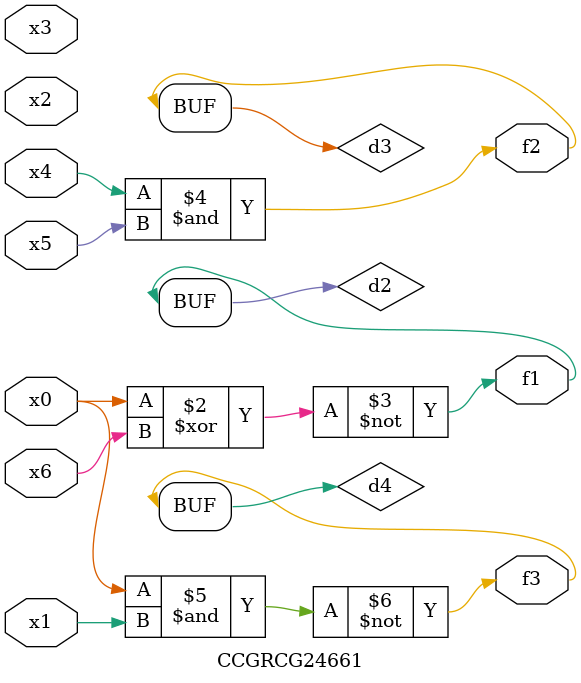
<source format=v>
module CCGRCG24661(
	input x0, x1, x2, x3, x4, x5, x6,
	output f1, f2, f3
);

	wire d1, d2, d3, d4;

	nor (d1, x0);
	xnor (d2, x0, x6);
	and (d3, x4, x5);
	nand (d4, x0, x1);
	assign f1 = d2;
	assign f2 = d3;
	assign f3 = d4;
endmodule

</source>
